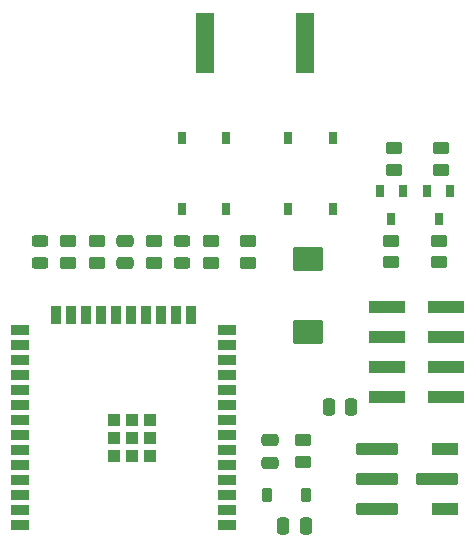
<source format=gtp>
G04 #@! TF.GenerationSoftware,KiCad,Pcbnew,7.0.7*
G04 #@! TF.CreationDate,2023-11-16T10:28:39+01:00*
G04 #@! TF.ProjectId,ithowifi_4l,6974686f-7769-4666-995f-346c2e6b6963,rev?*
G04 #@! TF.SameCoordinates,Original*
G04 #@! TF.FileFunction,Paste,Top*
G04 #@! TF.FilePolarity,Positive*
%FSLAX46Y46*%
G04 Gerber Fmt 4.6, Leading zero omitted, Abs format (unit mm)*
G04 Created by KiCad (PCBNEW 7.0.7) date 2023-11-16 10:28:39*
%MOMM*%
%LPD*%
G01*
G04 APERTURE LIST*
G04 Aperture macros list*
%AMRoundRect*
0 Rectangle with rounded corners*
0 $1 Rounding radius*
0 $2 $3 $4 $5 $6 $7 $8 $9 X,Y pos of 4 corners*
0 Add a 4 corners polygon primitive as box body*
4,1,4,$2,$3,$4,$5,$6,$7,$8,$9,$2,$3,0*
0 Add four circle primitives for the rounded corners*
1,1,$1+$1,$2,$3*
1,1,$1+$1,$4,$5*
1,1,$1+$1,$6,$7*
1,1,$1+$1,$8,$9*
0 Add four rect primitives between the rounded corners*
20,1,$1+$1,$2,$3,$4,$5,0*
20,1,$1+$1,$4,$5,$6,$7,0*
20,1,$1+$1,$6,$7,$8,$9,0*
20,1,$1+$1,$8,$9,$2,$3,0*%
G04 Aperture macros list end*
%ADD10R,0.700000X1.000000*%
%ADD11RoundRect,0.250000X-0.450000X0.262500X-0.450000X-0.262500X0.450000X-0.262500X0.450000X0.262500X0*%
%ADD12R,1.500000X0.900000*%
%ADD13R,0.900000X1.500000*%
%ADD14R,1.050000X1.050000*%
%ADD15RoundRect,0.243750X0.456250X-0.243750X0.456250X0.243750X-0.456250X0.243750X-0.456250X-0.243750X0*%
%ADD16R,0.750000X1.000000*%
%ADD17RoundRect,0.250000X0.250000X0.475000X-0.250000X0.475000X-0.250000X-0.475000X0.250000X-0.475000X0*%
%ADD18RoundRect,0.250000X0.450000X-0.262500X0.450000X0.262500X-0.450000X0.262500X-0.450000X-0.262500X0*%
%ADD19RoundRect,0.250000X0.475000X-0.250000X0.475000X0.250000X-0.475000X0.250000X-0.475000X-0.250000X0*%
%ADD20RoundRect,0.250000X1.025000X-0.787500X1.025000X0.787500X-1.025000X0.787500X-1.025000X-0.787500X0*%
%ADD21RoundRect,0.250000X-0.250000X-0.475000X0.250000X-0.475000X0.250000X0.475000X-0.250000X0.475000X0*%
%ADD22RoundRect,0.225000X0.225000X0.375000X-0.225000X0.375000X-0.225000X-0.375000X0.225000X-0.375000X0*%
%ADD23RoundRect,0.105000X-1.655000X0.420000X-1.655000X-0.420000X1.655000X-0.420000X1.655000X0.420000X0*%
%ADD24RoundRect,0.105000X-1.005000X0.420000X-1.005000X-0.420000X1.005000X-0.420000X1.005000X0.420000X0*%
%ADD25R,3.150000X1.000000*%
%ADD26R,1.500000X5.080000*%
G04 APERTURE END LIST*
D10*
X119608600Y-120339000D03*
X117708600Y-120339000D03*
X118658600Y-122739000D03*
D11*
X118872000Y-116711900D03*
X118872000Y-118536900D03*
D12*
X104727600Y-148613600D03*
X104727600Y-147343600D03*
X104727600Y-146073600D03*
X104727600Y-144803600D03*
X104727600Y-143533600D03*
X104727600Y-142263600D03*
X104727600Y-140993600D03*
X104727600Y-139723600D03*
X104727600Y-138453600D03*
X104727600Y-137183600D03*
X104727600Y-135913600D03*
X104727600Y-134643600D03*
X104727600Y-133373600D03*
X104727600Y-132103600D03*
D13*
X101697600Y-130853600D03*
X100427600Y-130853600D03*
X99157600Y-130853600D03*
X97887600Y-130853600D03*
X96617600Y-130853600D03*
X95347600Y-130853600D03*
X94077600Y-130853600D03*
X92807600Y-130853600D03*
X91537600Y-130853600D03*
X90267600Y-130853600D03*
D12*
X87227600Y-132103600D03*
X87227600Y-133373600D03*
X87227600Y-134643600D03*
X87227600Y-135913600D03*
X87227600Y-137183600D03*
X87227600Y-138453600D03*
X87227600Y-139723600D03*
X87227600Y-140993600D03*
X87227600Y-142263600D03*
X87227600Y-143533600D03*
X87227600Y-144803600D03*
X87227600Y-146073600D03*
X87227600Y-147343600D03*
X87227600Y-148613600D03*
D14*
X98182600Y-142798600D03*
X98182600Y-141273600D03*
X98182600Y-139748600D03*
X96657600Y-142798600D03*
X96657600Y-141273600D03*
X96657600Y-139748600D03*
X95132600Y-142798600D03*
X95132600Y-141273600D03*
X95132600Y-139748600D03*
D11*
X91313000Y-124588900D03*
X91313000Y-126413900D03*
X106536000Y-124597500D03*
X106536000Y-126422500D03*
X118618000Y-124548500D03*
X118618000Y-126373500D03*
D15*
X88900000Y-126438900D03*
X88900000Y-124563900D03*
D16*
X109925000Y-115872000D03*
X109925000Y-121872000D03*
X113675000Y-115872000D03*
X113675000Y-121872000D03*
D17*
X115250000Y-138684000D03*
X113350000Y-138684000D03*
D10*
X123606600Y-120339000D03*
X121706600Y-120339000D03*
X122656600Y-122739000D03*
D18*
X122859800Y-118536900D03*
X122859800Y-116711900D03*
D11*
X122682000Y-124548500D03*
X122682000Y-126373500D03*
D19*
X96139000Y-126451400D03*
X96139000Y-124551400D03*
D18*
X98552000Y-126428000D03*
X98552000Y-124603000D03*
D20*
X111632000Y-132308600D03*
X111632000Y-126083600D03*
D21*
X109486900Y-148751000D03*
X111386900Y-148751000D03*
D19*
X108377500Y-143351000D03*
X108377500Y-141451000D03*
D22*
X111425500Y-146084000D03*
X108125500Y-146084000D03*
D18*
X111171500Y-143290000D03*
X111171500Y-141465000D03*
X93726000Y-126413900D03*
X93726000Y-124588900D03*
X103378000Y-126428000D03*
X103378000Y-124603000D03*
D15*
X100965000Y-126453000D03*
X100965000Y-124578000D03*
D16*
X104675000Y-121872000D03*
X104675000Y-115872000D03*
X100925000Y-121872000D03*
X100925000Y-115872000D03*
D23*
X117475000Y-142240000D03*
X117475000Y-144780000D03*
X117475000Y-147320000D03*
D24*
X123205000Y-147320000D03*
D23*
X122555000Y-144780000D03*
D24*
X123205000Y-142240000D03*
D25*
X123295000Y-137810000D03*
X118245000Y-137810000D03*
X123295000Y-135270000D03*
X118245000Y-135270000D03*
X123295000Y-132730000D03*
X118245000Y-132730000D03*
X123295000Y-130190000D03*
X118245000Y-130190000D03*
D26*
X102850000Y-107848400D03*
X111350000Y-107848400D03*
M02*

</source>
